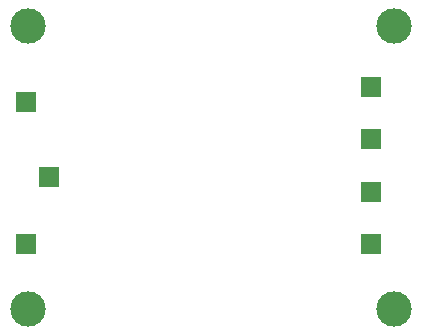
<source format=gbs>
%TF.GenerationSoftware,KiCad,Pcbnew,9.0.4+dfsg-1*%
%TF.CreationDate,2025-10-06T19:47:27+02:00*%
%TF.ProjectId,CWSensorKey,43575365-6e73-46f7-924b-65792e6b6963,rev?*%
%TF.SameCoordinates,Original*%
%TF.FileFunction,Soldermask,Bot*%
%TF.FilePolarity,Negative*%
%FSLAX46Y46*%
G04 Gerber Fmt 4.6, Leading zero omitted, Abs format (unit mm)*
G04 Created by KiCad (PCBNEW 9.0.4+dfsg-1) date 2025-10-06 19:47:27*
%MOMM*%
%LPD*%
G01*
G04 APERTURE LIST*
%ADD10C,3.000000*%
%ADD11R,1.700000X1.700000*%
G04 APERTURE END LIST*
D10*
%TO.C,H1*%
X143000000Y-85000000D03*
%TD*%
%TO.C,H2*%
X143000000Y-109000000D03*
%TD*%
%TO.C,H3*%
X174000000Y-85000000D03*
%TD*%
%TO.C,H4*%
X174000000Y-109000000D03*
%TD*%
D11*
%TO.C,J4*%
X142875000Y-91440000D03*
%TD*%
%TO.C,J2*%
X172085000Y-94615000D03*
%TD*%
%TO.C,J3*%
X172085000Y-99060000D03*
%TD*%
%TO.C,J7*%
X142875000Y-103505000D03*
%TD*%
%TO.C,J6*%
X172085000Y-103505000D03*
%TD*%
%TO.C,J1*%
X172085000Y-90170000D03*
%TD*%
%TO.C,J5*%
X144780000Y-97790000D03*
%TD*%
M02*

</source>
